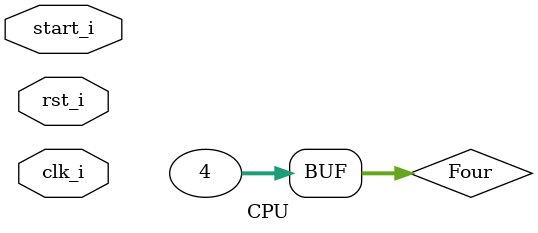
<source format=v>
module CPU
(
    clk_i, 
    rst_i,
    start_i
);

// Ports
input               clk_i;
input               rst_i;
input               start_i;

// Wire
wire    [31:0]  instr_addr,four_instr_addr,branch_instr_addr,mux_instr_addr;
wire    [31:0]  instr;
wire    [31:0]  Four;
wire    [31:0]  Sign_Extend_data,ShiftLeft_data;
wire    Flush;
wire    pcwrite;
wire    Stall;
wire    NoOp;

wire    [31:0]  ALUResult;
wire    [3:0]   ALUCtrl;

wire    [31:0]  RS1Data,RS2Data;

wire    [1:0]   Ctrl_ALUOp;
wire    Ctrl_RegWrite,Ctrl_MemtoReg, Ctrl_MemRead, Ctrl_MemWrite,Ctrl_ALUSrc,Ctrl_Branch;

wire    [31:0]  MemRead_Data;

wire equal;

wire    [1:0]   Forward_A,Forward_B;

wire    [31:0]  MUX_ALUSrc_Result;
wire    [31:0]  MUX_MemtoReg_Result;

wire    [31:0]  Forward_MUX1_Result;
wire    [31:0]  Forward_MUX2_Result;

wire    [31:0]  IFID_instr,IFID_pc;

wire    [31:0]  IDEX_RS1Data,IDEX_RS2Data,IDEX_Sign_Extend_Data;
wire    [9:0]   IDEX_funct;
wire    [4:0]   IDEX_RS1_Addr,IDEX_RS2_Addr,IDEX_RD_Addr;
wire    [1:0]   IDEX_ALUOp;
wire    IDEX_RegWrite,IDEX_MemtoReg, IDEX_MemRead, IDEX_MemWrite,IDEX_ALUSrc;

wire    EXMEM_RegWrite,EXMEM_MemtoReg, EXMEM_MemRead, EXMEM_MemWrite;
wire    [31:0]  EXMEM_ALU_Result, EXMEM_MemWrite_Data;
wire    [4:0]   EXMEM_RD_Addr;

wire    [31:0]  MEMWB_ALU_Result,MEMWB_MemRead_Data;
wire    [4:0]   MEMWB_RD_Addr;
wire    MEMWB_RegWrite,MEMWB_MemtoReg;

assign Four = 32'd4;

Adder PC_Adder(
    .data1_i(instr_addr),
    .data2_i(Four),
    .data_o(four_instr_addr)  
);

Adder Branch_Adder(
    .data1_i(IFID_pc), 
    .data2_i(ShiftLeft_data),
    .data_o(branch_instr_addr)  
);

Instruction_Memory Instruction_Memory(
    .addr_i(instr_addr),
    .instr_o(instr)
);

MUX32 MUX_PC(
    .data1_i(four_instr_addr),    
    .data2_i(branch_instr_addr),    
    .select_i(Flush),   
    .data_o(mux_instr_addr)     
);

PC PC(
    .clk_i(clk_i),
    .rst_i(rst_i),
    .start_i(start_i),
    .PCWrite_i(pcwrite),
    .pc_i(mux_instr_addr),
    .pc_o(instr_addr)
);

ALU ALU(
    .data1_i(Forward_MUX1_Result),    
    .data2_i(MUX_ALUSrc_Result),   
    .ALUCtrl_i(ALUCtrl),
    .data_o(ALUResult)     
);

ALU_Control ALU_Control(
    .funct_i(IDEX_funct),    
    .ALUOp_i(IDEX_ALUOp),    
    .ALUCtrl_o(ALUCtrl)   
);

And And(
    .data1_i(Ctrl_Branch),
    .data2_i(equal),
    .data_o(Flush)
);

Registers Registers(
    .clk_i(clk_i),
    .RS1addr_i(IFID_instr[19:15]),
    .RS2addr_i(IFID_instr[24:20]),
    .RDaddr_i(MEMWB_RD_Addr), 
    .RDdata_i(MUX_MemtoReg_Result),
    .RegWrite_i(MEMWB_RegWrite), 
    .RS1data_o(RS1Data), 
    .RS2data_o(RS2Data) 
);

Control Control(
    .Op_i(IFID_instr[6:0]),       
    .NoOp_i(NoOp), 
    .RegWrite_o(Ctrl_RegWrite),
    .MemtoReg_o(Ctrl_MemtoReg),
    .MemRead_o(Ctrl_MemRead),
    .MemWrite_o(Ctrl_MemWrite),
    .ALUOp_o(Ctrl_ALUOp),    
    .ALUSrc_o(Ctrl_ALUSrc),
    .Branch_o(Ctrl_Branch)
);

Data_Memory Data_Memory(
    .clk_i(clk_i), 
    .addr_i(EXMEM_ALU_Result), 
    .MemRead_i(EXMEM_MemRead),
    .MemWrite_i(EXMEM_MemWrite),
    .data_i(EXMEM_MemWrite_Data),
    .data_o(MemRead_Data)
);

Equal Equal(
    .data1_i(RS1Data),
    .data2_i(RS2Data),
    .equal_o(equal)
);

Forwarding_Unit Forwarding_Unit(
    .EX_Rs1_i(IDEX_RS1_Addr),
    .EX_Rs2_i(IDEX_RS2_Addr),
    .MEM_RegWrite_i(EXMEM_RegWrite),
    .MEM_Rd_i(EXMEM_RD_Addr),
    .WB_Rd_i(MEMWB_RD_Addr),
    .WB_RegWrite_i(MEMWB_RegWrite),
    .Forward_A_o(Forward_A),
    .Forward_B_o(Forward_B)
);

Hazard_Detection Hazard_Detection(
    .RS1addr_i(IFID_instr[19:15]),
    .RS2addr_i(IFID_instr[24:20]),
    .MemRead(IDEX_MemRead), 
    .rd(IDEX_RD_Addr),
    .PCWrite(pcwrite),
    .Stall_o(Stall),
    .NoOp(NoOp)
);

Sign_Extend Sign_Extend(
    .data_i(IFID_instr), 
    .MemWrite_i(Ctrl_MemWrite),
    .Branch_i(Ctrl_Branch),
    .data_o(Sign_Extend_data)    
);

MUX32 MUX_ALUSrc(
    .data1_i(Forward_MUX2_Result),    
    .data2_i(IDEX_Sign_Extend_Data),    
    .select_i(IDEX_ALUSrc),   
    .data_o(MUX_ALUSrc_Result)     
);

MUX32 MUX_MemtoReg(
    .data1_i(MEMWB_ALU_Result),    
    .data2_i(MEMWB_MemRead_Data),    
    .select_i(MEMWB_MemtoReg),   
    .data_o(MUX_MemtoReg_Result)     
);

MUX32_4 Forward_MUX1(
    .Forward_i(Forward_A),
    .EX_RS_Data_i(IDEX_RS1Data),
    .MEM_ALU_Result_i(EXMEM_ALU_Result),
    .WB_WriteData_i(MUX_MemtoReg_Result),
    .MUX_Result_o(Forward_MUX1_Result)
);

MUX32_4 Forward_MUX2(
    .Forward_i(Forward_B),
    .EX_RS_Data_i(IDEX_RS2Data),
    .MEM_ALU_Result_i(EXMEM_ALU_Result),
    .WB_WriteData_i(MUX_MemtoReg_Result),
    .MUX_Result_o(Forward_MUX2_Result)
);

Register_IFID IFID(
    .clk_i(clk_i),
    .start_i(start_i),
    
    .pc_i(instr_addr),
    .Stall_i(Stall),
    .Flush_i(Flush),
    .instr_i(instr),

    .pc_o(IFID_instr),
    .instr_o(IFID_pc)
);

Register_IDEX IDEX(
    .clk_i(clk_i),
    .start_i(start_i),

    .RS1Data_i(RS1Data), 
    .RS2Data_i(RS2Data),
    .SignExtended_i(Sign_Extend_data), 
    .funct_i({IFID_instr[31:25],IFID_instr[14:12]}),      
    .RS1_Addr_i(IFID_instr[19:15]),              
    .RS2_Addr_i(IFID_instr[24:20]),                      
    .Rd_Addr_i(IFID_instr[11:7]),     

    .RS1Data_o(IDEX_RS1Data),
    .RS2Data_o(IDEX_RS2Data),
    .SignExtended_o(IDEX_Sign_Extend_Data),
    .funct_o(IDEX_funct),
    .RS1_Addr_o(IDEX_RS1_Addr),     
    .RS2_Addr_o(IDEX_RS2_Addr),
    .Rd_Addr_o(IDEX_RD_Addr),

    .RegWrite_i(Ctrl_RegWrite), 
    .MemToReg_i(Ctrl_MemtoReg), 
    .MemRead_i(Ctrl_MemRead),  
    .MemWrite_i(Ctrl_MemWrite), 
    .ALUOp_i(Ctrl_ALUOp),   
    .ALUSrc_i(Ctrl_ALUSrc),   

    .RegWrite_o(IDEX_RegWrite),
    .MemToReg_o(IDEX_MemtoReg),
    .MemRead_o(IDEX_MemRead),
    .MemWrite_o(IDEX_MemWrite),
    .ALUOp_o(IDEX_ALUOp),
    .ALUSrc_o(IDEX_ALUSrc)
);

Register_EXMEM EXMEM(
    .clk_i(clk_i),
    .start_i(start_i),

    .ALU_Result_i(ALUResult),
    .MemWrite_Data_i(Forward_MUX2_Result),
    .Rd_Addr_i(IDEX_RD_Addr),

    .ALU_Result_o(EXMEM_ALU_Result),
    .MemWrite_Data_o(EXMEM_MemWrite_Data),
    .Rd_Addr_o(EXMEM_RD_Addr),

    .RegWrite_i(IDEX_RegWrite), 
    .MemToReg_i(IDEX_MemtoReg), 
    .MemRead_i(IDEX_MemRead),  
    .MemWrite_i(IDEX_MemWrite), 

    .RegWrite_o(EXMEM_RegWrite), 
    .MemToReg_o(EXMEM_MemtoReg), 
    .MemRead_o(EXMEM_MemRead),  
    .MemWrite_o(EXMEM_MemWrite)

);

Register_MEMWB MEMWB(
    .clk_i(clk_i),
    .start_i(start_i),

    .ALU_Result_i(EXMEM_ALU_Result),
    .MemRead_Data_i(MemRead_Data),
    .Rd_Addr_i(EXMEM_RD_Addr),

    .ALU_Result_o(MEMWB_ALU_Result),
    .MemRead_Data_o(MEMWB_MemRead_Data),
    .Rd_Addr_o(MEMWB_RD_Addr),

    .RegWrite_i(EXMEM_RegWrite),
    .MemtoReg_i(EXMEM_MemtoReg),

    .RegWrite_o(MEMWB_RegWrite),
    .MemtoReg_o(MEMWB_MemtoReg)
);

Shift_Left Shift_Left(
    .data_i(Sign_Extend_data),
    .data_o(ShiftLeft_data)
);

endmodule

</source>
